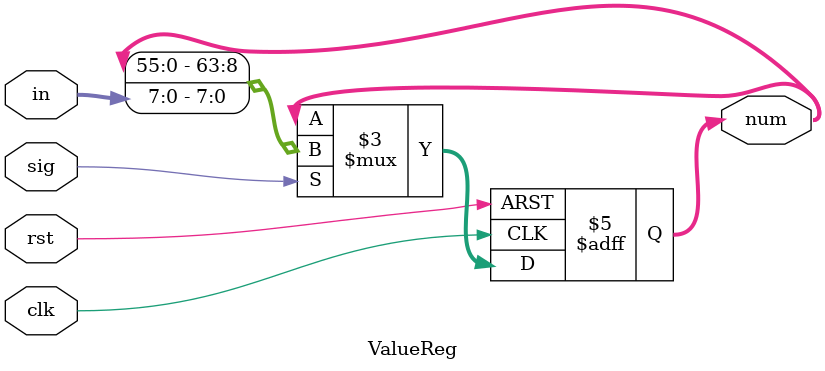
<source format=v>
`timescale 1ns / 1ps
module ValueReg(
    input wire clk,
    input wire rst,
    input wire sig,
    input wire[7:0] in,
    output reg[63:0] num
    );
always @(posedge clk or posedge rst)begin
if (rst) num<=64'h0;
else begin
    if (sig) num<={num[55:0],in};
    else num<=num;
     end
end
endmodule
</source>
